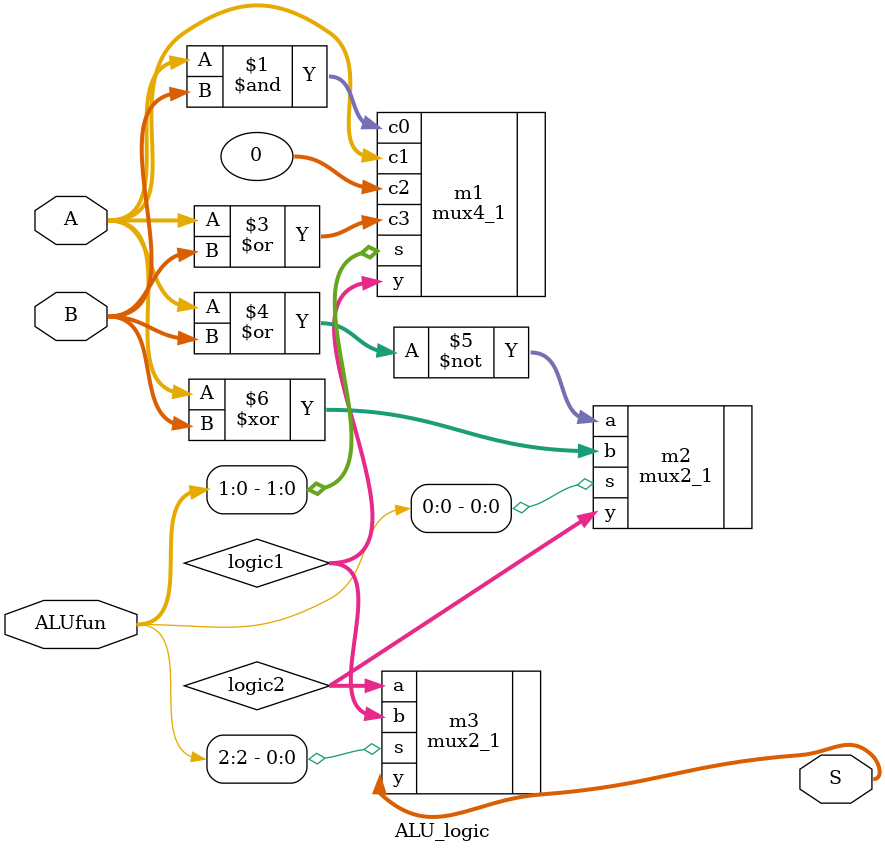
<source format=v>
module ALU_logic(A,B,ALUfun,S);
  input[31:0] A,B;
  input[2:0] ALUfun; //ALUfun[3:1] 
                     //100->A&B; 111->A|B; 011->A^B; 000->~(A|B); 101->A;
  output[31:0] S;
  wire[31:0] logic1,logic2;
  mux4_1 m1(.c0(A&B),.c1(A),.c2(0),.c3(A|B),.s(ALUfun[1:0]),.y(logic1));
  mux2_1 m2(.a(~(A|B)),.b(A^B),.s(ALUfun[0]),.y(logic2));
  mux2_1 m3(.a(logic2),.b(logic1),.s(ALUfun[2]),.y(S));
endmodule
</source>
